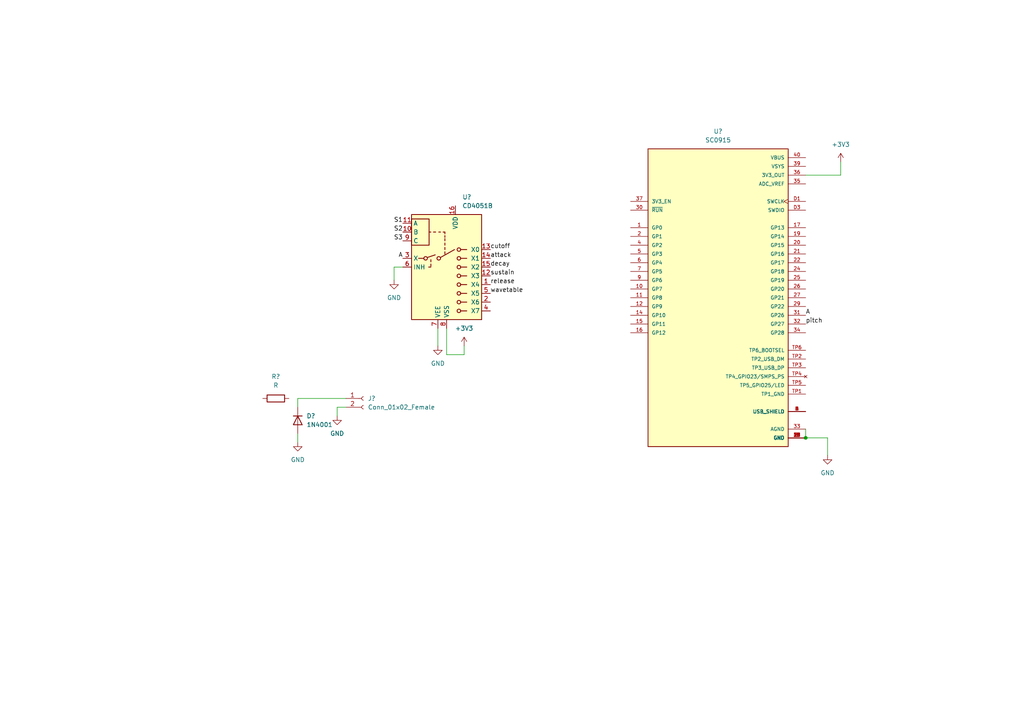
<source format=kicad_sch>
(kicad_sch (version 20211123) (generator eeschema)
  (paper "A4")
  (lib_symbols
    (symbol "Analog_Switch:CD4051B"
      (property "Reference" "U" (at -10.16 16.51 0))
      (property "Value" "CD4051B" (at 3.81 16.51 0))
      (symbol "CD4051B_0_1"
        (rectangle (start -10.16 6.35) (end -5.08 13.97) (stroke (width 0.254)))
        (rectangle (start -10.16 15.24) (end 10.16 -15.24) (stroke (width 0.254)) (fill (type background)))
        (circle (center -6.096 2.54) (radius 0.508) (stroke (width 0.254)))
        (circle (center -2.286 2.54) (radius 0.508) (stroke (width 0.254)))
        (polyline (pts (xy -8.128 2.54) (xy -6.604 2.54)) (stroke (width 0.254)))
        (polyline (pts (xy -5.588 2.794) (xy -3.302 3.556)) (stroke (width 0.254)))
        (polyline (pts (xy -4.572 0) (xy -5.207 0)) (stroke (width 0.254)))
        (polyline (pts (xy -4.572 0.254) (xy -4.572 0.889)) (stroke (width 0.254)))
        (polyline (pts (xy -4.572 1.524) (xy -4.572 2.159)) (stroke (width 0.254)))
        (polyline (pts (xy -4.572 10.16) (xy -5.08 10.16)) (stroke (width 0.254)))
        (polyline (pts (xy -3.81 10.16) (xy -3.175 10.16)) (stroke (width 0.254)))
        (polyline (pts (xy -1.778 2.794) (xy 2.286 5.08)) (stroke (width 0.254)))
        (polyline (pts (xy -1.778 10.16) (xy -2.286 10.16)) (stroke (width 0.254)))
        (polyline (pts (xy -0.508 3.81) (xy -0.508 4.445)) (stroke (width 0.254)))
        (polyline (pts (xy -0.508 5.08) (xy -0.508 5.715)) (stroke (width 0.254)))
        (polyline (pts (xy -0.508 6.35) (xy -0.508 6.985)) (stroke (width 0.254)))
        (polyline (pts (xy -0.508 7.62) (xy -0.508 8.255)) (stroke (width 0.254)))
        (polyline (pts (xy -0.508 8.636) (xy -0.508 9.144)) (stroke (width 0.254)))
        (polyline (pts (xy -0.508 9.652) (xy -0.508 10.16)) (stroke (width 0.254)))
        (polyline (pts (xy -0.508 10.16) (xy -1.016 10.16)) (stroke (width 0.254)))
        (polyline (pts (xy 4.064 -12.7) (xy 5.842 -12.7)) (stroke (width 0.254)))
        (polyline (pts (xy 4.064 -10.16) (xy 5.842 -10.16)) (stroke (width 0.254)))
        (polyline (pts (xy 4.064 -7.62) (xy 5.842 -7.62)) (stroke (width 0.254)))
        (polyline (pts (xy 4.064 -5.08) (xy 5.842 -5.08)) (stroke (width 0.254)))
        (polyline (pts (xy 4.064 -2.54) (xy 5.842 -2.54)) (stroke (width 0.254)))
        (polyline (pts (xy 4.064 0) (xy 5.842 0)) (stroke (width 0.254)))
        (polyline (pts (xy 4.064 2.54) (xy 5.842 2.54)) (stroke (width 0.254)))
        (polyline (pts (xy 4.064 5.08) (xy 5.842 5.08)) (stroke (width 0.254)))
        (circle (center 3.556 -12.7) (radius 0.508) (stroke (width 0.254)))
        (circle (center 3.556 -10.16) (radius 0.508) (stroke (width 0.254)))
        (circle (center 3.556 -7.62) (radius 0.508) (stroke (width 0.254)))
        (circle (center 3.556 -5.08) (radius 0.508) (stroke (width 0.254)))
        (circle (center 3.556 -2.54) (radius 0.508) (stroke (width 0.254)))
        (circle (center 3.556 0) (radius 0.508) (stroke (width 0.254)))
        (circle (center 3.556 2.54) (radius 0.508) (stroke (width 0.254)))
        (circle (center 3.556 5.08) (radius 0.508) (stroke (width 0.254)))
      )
      (symbol "CD4051B_1_1"
        (pin bidirectional line (at 12.7 -5.08 180) (length 2.54) (name "X4") (number "1"))
        (pin input line (at -12.7 10.16 0) (length 2.54) (name "B") (number "10"))
        (pin input line (at -12.7 12.7 0) (length 2.54) (name "A") (number "11"))
        (pin bidirectional line (at 12.7 -2.54 180) (length 2.54) (name "X3") (number "12"))
        (pin bidirectional line (at 12.7 5.08 180) (length 2.54) (name "X0") (number "13"))
        (pin bidirectional line (at 12.7 2.54 180) (length 2.54) (name "X1") (number "14"))
        (pin bidirectional line (at 12.7 0 180) (length 2.54) (name "X2") (number "15"))
        (pin power_in line (at 2.54 17.78 270) (length 2.54) (name "VDD") (number "16"))
        (pin bidirectional line (at 12.7 -10.16 180) (length 2.54) (name "X6") (number "2"))
        (pin bidirectional line (at -12.7 2.54 0) (length 2.54) (name "X") (number "3"))
        (pin bidirectional line (at 12.7 -12.7 180) (length 2.54) (name "X7") (number "4"))
        (pin bidirectional line (at 12.7 -7.62 180) (length 2.54) (name "X5") (number "5"))
        (pin input line (at -12.7 0 0) (length 2.54) (name "INH") (number "6"))
        (pin power_in line (at -2.54 -17.78 90) (length 2.54) (name "VEE") (number "7"))
        (pin power_in line (at 0 -17.78 90) (length 2.54) (name "VSS") (number "8"))
        (pin input line (at -12.7 7.62 0) (length 2.54) (name "C") (number "9"))
      )
    )
    (symbol "Connector:Conn_01x02_Female" (pin_names (offset 1.016) hide)
      (property "Reference" "J" (at 0 2.54 0))
      (property "Value" "Conn_01x02_Female" (at 0 -5.08 0))
      (symbol "Conn_01x02_Female_1_1"
        (arc (start 0 -2.032) (mid -0.508 -2.54) (end 0 -3.048) (stroke (width 0.1524)))
        (polyline (pts (xy -1.27 -2.54) (xy -0.508 -2.54)) (stroke (width 0.1524)))
        (polyline (pts (xy -1.27 0) (xy -0.508 0)) (stroke (width 0.1524)))
        (arc (start 0 0.508) (mid -0.508 0) (end 0 -0.508) (stroke (width 0.1524)))
        (pin passive line (at -5.08 0 0) (length 3.81) (name "Pin_1") (number "1"))
        (pin passive line (at -5.08 -2.54 0) (length 3.81) (name "Pin_2") (number "2"))
      )
    )
    (symbol "Device:R" (pin_numbers hide) (pin_names (offset 0))
      (property "Reference" "R" (at 2.032 0 90))
      (property "Value" "R" (at 0 0 90))
      (symbol "R_0_1"
        (rectangle (start -1.016 -2.54) (end 1.016 2.54) (stroke (width 0.254)))
      )
      (symbol "R_1_1"
        (pin passive line (at 0 3.81 270) (length 1.27) (name "~") (number "1"))
        (pin passive line (at 0 -3.81 90) (length 1.27) (name "~") (number "2"))
      )
    )
    (symbol "Diode:1N4001" (pin_numbers hide) (pin_names (offset 1.016) hide)
      (property "Reference" "D" (at 0 2.54 0))
      (property "Value" "1N4001" (at 0 -2.54 0))
      (symbol "1N4001_0_1"
        (polyline (pts (xy -1.27 1.27) (xy -1.27 -1.27)) (stroke (width 0.254)))
        (polyline (pts (xy 1.27 0) (xy -1.27 0)))
        (polyline (pts (xy 1.27 1.27) (xy 1.27 -1.27) (xy -1.27 0) (xy 1.27 1.27)) (stroke (width 0.254)))
      )
      (symbol "1N4001_1_1"
        (pin passive line (at -3.81 0 0) (length 2.54) (name "K") (number "1"))
        (pin passive line (at 3.81 0 180) (length 2.54) (name "A") (number "2"))
      )
    )
    (symbol "SC0915:SC0915" (pin_names (offset 1.016))
      (property "Reference" "U" (at -20.32 44.069 0))
      (property "Value" "SC0915" (at -20.32 -45.72 0))
      (symbol "SC0915_0_0"
        (rectangle (start -20.32 -43.18) (end 20.32 43.18) (stroke (width 0.254)) (fill (type background)))
        (pin bidirectional line (at -25.4 20.32 0) (length 5.08) (name "GP0") (number "1"))
        (pin bidirectional line (at -25.4 2.54 0) (length 5.08) (name "GP7") (number "10"))
        (pin bidirectional line (at -25.4 0 0) (length 5.08) (name "GP8") (number "11"))
        (pin bidirectional line (at -25.4 -2.54 0) (length 5.08) (name "GP9") (number "12"))
        (pin power_in line (at 25.4 -40.64 180) (length 5.08) (name "GND") (number "13"))
        (pin bidirectional line (at -25.4 -5.08 0) (length 5.08) (name "GP10") (number "14"))
        (pin bidirectional line (at -25.4 -7.62 0) (length 5.08) (name "GP11") (number "15"))
        (pin bidirectional line (at -25.4 -10.16 0) (length 5.08) (name "GP12") (number "16"))
        (pin bidirectional line (at 25.4 20.32 180) (length 5.08) (name "GP13") (number "17"))
        (pin power_in line (at 25.4 -40.64 180) (length 5.08) (name "GND") (number "18"))
        (pin bidirectional line (at 25.4 17.78 180) (length 5.08) (name "GP14") (number "19"))
        (pin bidirectional line (at -25.4 17.78 0) (length 5.08) (name "GP1") (number "2"))
        (pin bidirectional line (at 25.4 15.24 180) (length 5.08) (name "GP15") (number "20"))
        (pin bidirectional line (at 25.4 12.7 180) (length 5.08) (name "GP16") (number "21"))
        (pin bidirectional line (at 25.4 10.16 180) (length 5.08) (name "GP17") (number "22"))
        (pin power_in line (at 25.4 -40.64 180) (length 5.08) (name "GND") (number "23"))
        (pin bidirectional line (at 25.4 7.62 180) (length 5.08) (name "GP18") (number "24"))
        (pin bidirectional line (at 25.4 5.08 180) (length 5.08) (name "GP19") (number "25"))
        (pin bidirectional line (at 25.4 2.54 180) (length 5.08) (name "GP20") (number "26"))
        (pin bidirectional line (at 25.4 0 180) (length 5.08) (name "GP21") (number "27"))
        (pin power_in line (at 25.4 -40.64 180) (length 5.08) (name "GND") (number "28"))
        (pin bidirectional line (at 25.4 -2.54 180) (length 5.08) (name "GP22") (number "29"))
        (pin power_in line (at 25.4 -40.64 180) (length 5.08) (name "GND") (number "3"))
        (pin input line (at -25.4 25.4 0) (length 5.08) (name "~{RUN}") (number "30"))
        (pin bidirectional line (at 25.4 -5.08 180) (length 5.08) (name "GP26") (number "31"))
        (pin bidirectional line (at 25.4 -7.62 180) (length 5.08) (name "GP27") (number "32"))
        (pin power_in line (at 25.4 -38.1 180) (length 5.08) (name "AGND") (number "33"))
        (pin bidirectional line (at 25.4 -10.16 180) (length 5.08) (name "GP28") (number "34"))
        (pin power_in line (at 25.4 33.02 180) (length 5.08) (name "ADC_VREF") (number "35"))
        (pin power_in line (at 25.4 35.56 180) (length 5.08) (name "3V3_OUT") (number "36"))
        (pin input line (at -25.4 27.94 0) (length 5.08) (name "3V3_EN") (number "37"))
        (pin power_in line (at 25.4 -40.64 180) (length 5.08) (name "GND") (number "38"))
        (pin power_in line (at 25.4 38.1 180) (length 5.08) (name "VSYS") (number "39"))
        (pin bidirectional line (at -25.4 15.24 0) (length 5.08) (name "GP2") (number "4"))
        (pin power_in line (at 25.4 40.64 180) (length 5.08) (name "VBUS") (number "40"))
        (pin bidirectional line (at -25.4 12.7 0) (length 5.08) (name "GP3") (number "5"))
        (pin bidirectional line (at -25.4 10.16 0) (length 5.08) (name "GP4") (number "6"))
        (pin bidirectional line (at -25.4 7.62 0) (length 5.08) (name "GP5") (number "7"))
        (pin power_in line (at 25.4 -40.64 180) (length 5.08) (name "GND") (number "8"))
        (pin bidirectional line (at -25.4 5.08 0) (length 5.08) (name "GP6") (number "9"))
        (pin power_in line (at 25.4 -33.02 180) (length 5.08) (name "USB_SHIELD") (number "A"))
        (pin power_in line (at 25.4 -33.02 180) (length 5.08) (name "USB_SHIELD") (number "B"))
        (pin power_in line (at 25.4 -33.02 180) (length 5.08) (name "USB_SHIELD") (number "C"))
        (pin power_in line (at 25.4 -33.02 180) (length 5.08) (name "USB_SHIELD") (number "D"))
        (pin input clock (at 25.4 27.94 180) (length 5.08) (name "SWCLK") (number "D1"))
        (pin power_in line (at 25.4 -40.64 180) (length 5.08) (name "GND") (number "D2"))
        (pin bidirectional line (at 25.4 25.4 180) (length 5.08) (name "SWDIO") (number "D3"))
        (pin power_in line (at 25.4 -27.94 180) (length 5.08) (name "TP1_GND") (number "TP1"))
        (pin bidirectional line (at 25.4 -17.78 180) (length 5.08) (name "TP2_USB_DM") (number "TP2"))
        (pin bidirectional line (at 25.4 -20.32 180) (length 5.08) (name "TP3_USB_DP") (number "TP3"))
        (pin no_connect line (at 25.4 -22.86 180) (length 5.08) (name "TP4_GPIO23/SMPS_PS") (number "TP4"))
        (pin output line (at 25.4 -25.4 180) (length 5.08) (name "TP5_GPIO25/LED") (number "TP5"))
        (pin input line (at 25.4 -15.24 180) (length 5.08) (name "TP6_BOOTSEL") (number "TP6"))
      )
    )
    (symbol "power:+3V3" (power) (pin_names (offset 0))
      (property "Value" "+3V3" (at 0 3.556 0))
      (symbol "+3V3_0_1"
        (polyline (pts (xy -0.762 1.27) (xy 0 2.54)))
        (polyline (pts (xy 0 0) (xy 0 2.54)))
        (polyline (pts (xy 0 2.54) (xy 0.762 1.27)))
      )
      (symbol "+3V3_1_1"
        (pin power_in line (at 0 0 90) (length 0) hide (name "+3V3") (number "1"))
      )
    )
    (symbol "power:GND" (power) (pin_names (offset 0))
      (property "Value" "GND" (at 0 -3.81 0))
      (symbol "GND_0_1"
        (polyline (pts (xy 0 0) (xy 0 -1.27) (xy 1.27 -1.27) (xy 0 -2.54) (xy -1.27 -1.27) (xy 0 -1.27)))
      )
      (symbol "GND_1_1"
        (pin power_in line (at 0 0 270) (length 0) hide (name "GND") (number "1"))
      )
    )
  )
  (junction (at 233.68 127))
  (wire (pts (xy 86.36 115.57) (xy 86.36 118.11)))
  (wire (pts (xy 100.33 115.57) (xy 86.36 115.57)))
  (wire (pts (xy 97.79 118.11) (xy 100.33 118.11)))
  (wire (pts (xy 129.54 102.87) (xy 134.62 102.87)))
  (wire (pts (xy 86.36 125.73) (xy 86.36 128.27)))
  (wire (pts (xy 114.3 77.47) (xy 114.3 81.28)))
  (wire (pts (xy 233.68 50.8) (xy 243.84 50.8)))
  (wire (pts (xy 240.03 127) (xy 240.03 132.08)))
  (wire (pts (xy 97.79 120.65) (xy 97.79 118.11)))
  (wire (pts (xy 233.68 127) (xy 240.03 127)))
  (wire (pts (xy 233.68 124.46) (xy 233.68 127)))
  (wire (pts (xy 129.54 95.25) (xy 129.54 102.87)))
  (wire (pts (xy 127 95.25) (xy 127 100.33)))
  (wire (pts (xy 134.62 102.87) (xy 134.62 100.33)))
  (wire (pts (xy 243.84 50.8) (xy 243.84 46.99)))
  (wire (pts (xy 116.84 77.47) (xy 114.3 77.47)))
  (label "A" (at 233.68 91.44 0))
  (label "release" (at 142.24 82.55 0))
  (label "S1" (at 116.84 64.77 180))
  (label "decay" (at 142.24 77.47 0))
  (label "A" (at 116.84 74.93 180))
  (label "attack" (at 142.24 74.93 0))
  (label "S2" (at 116.84 67.31 180))
  (label "sustain" (at 142.24 80.01 0))
  (label "pitch" (at 233.68 93.98 0))
  (label "cutoff" (at 142.24 72.39 0))
  (label "wavetable" (at 142.24 85.09 0))
  (label "S3" (at 116.84 69.85 180))
  (symbol (lib_id "power:GND") (at 97.79 120.65 0) (unit 1)
    (property "Reference" "#PWR?" (effects hide))
    (property "Value" "GND" (at 97.79 125.73 0))
  )
  (symbol (lib_id "power:GND") (at 114.3 81.28 0) (unit 1)
    (property "Reference" "#PWR?" (effects hide))
    (property "Value" "GND" (at 114.3 86.36 0))
  )
  (symbol (lib_id "power:GND") (at 240.03 132.08 0) (unit 1)
    (property "Reference" "#PWR?" (effects hide))
    (property "Value" "GND" (at 240.03 137.16 0))
  )
  (symbol (lib_id "Analog_Switch:CD4051B") (at 129.54 77.47 0) (unit 1)
    (property "Reference" "U?" (at 134.0994 57.15 0) (effects (justify left)))
    (property "Value" "CD4051B" (at 134.0994 59.69 0) (effects (justify left)))
    (property "Datasheet" "http://www.ti.com/lit/ds/symlink/cd4052b.pdf" (effects hide))
  )
  (symbol (lib_id "Connector:Conn_01x02_Female") (at 105.41 115.57 0) (unit 1)
    (property "Reference" "J?" (at 106.68 115.5699 0) (effects (justify left)))
    (property "Value" "Conn_01x02_Female" (at 106.68 118.1099 0) (effects (justify left)))
  )
  (symbol (lib_id "Diode:1N4001") (at 86.36 121.92 270) (unit 1)
    (property "Reference" "D?" (at 88.9 120.6499 90) (effects (justify left)))
    (property "Value" "1N4001" (at 88.9 123.1899 90) (effects (justify left)))
    (property "Footprint" "Diode_THT:D_DO-41_SOD81_P10.16mm_Horizontal" (effects hide))
    (property "Datasheet" "http://www.vishay.com/docs/88503/1n4001.pdf" (effects hide))
  )
  (symbol (lib_id "Device:R") (at 80.01 115.57 90) (unit 1)
    (property "Reference" "R?" (at 80.01 109.22 90))
    (property "Value" "R" (at 80.01 111.76 90))
  )
  (symbol (lib_id "power:+3V3") (at 134.62 100.33 0) (unit 1)
    (property "Reference" "#PWR?" (effects hide))
    (property "Value" "+3V3" (at 134.62 95.25 0))
  )
  (symbol (lib_id "SC0915:SC0915") (at 208.28 86.36 0) (unit 1)
    (property "Reference" "U?" (at 208.28 38.1 0))
    (property "Value" "SC0915" (at 208.28 40.64 0))
    (property "Footprint" "MODULE_SC0915" (effects hide))
    (property "MAXIMUM_PACKAGE_HEIGHT" "3.73mm" (effects hide))
    (property "MANUFACTURER" "Raspberry Pi" (effects hide))
    (property "STANDARD" "Manufacturer Recommendations" (effects hide))
    (property "PARTREV" "1.6" (effects hide))
  )
  (symbol (lib_id "power:GND") (at 86.36 128.27 0) (unit 1)
    (property "Reference" "#PWR?" (effects hide))
    (property "Value" "GND" (at 86.36 133.35 0))
  )
  (symbol (lib_id "power:GND") (at 127 100.33 0) (unit 1)
    (property "Reference" "#PWR?" (effects hide))
    (property "Value" "GND" (at 127 105.41 0))
  )
  (symbol (lib_id "power:+3V3") (at 243.84 46.99 0) (unit 1)
    (property "Reference" "#PWR?" (effects hide))
    (property "Value" "+3V3" (at 243.84 41.91 0))
  )
)
</source>
